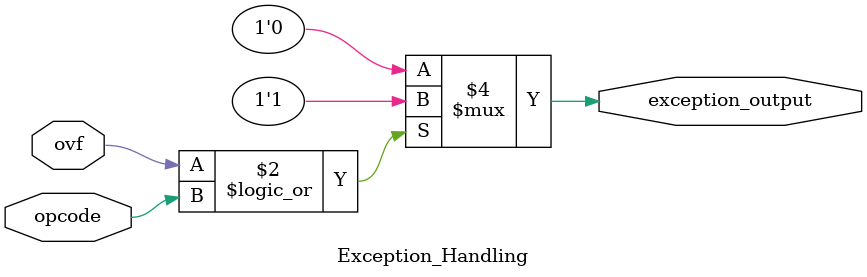
<source format=v>
module Exception_Handling(

		input ovf, opcode,
		output reg exception_output

		);

always @(*) begin

	if (ovf || opcode)
		exception_output = 1;
	else
		exception_output = 0;
	end

endmodule


</source>
